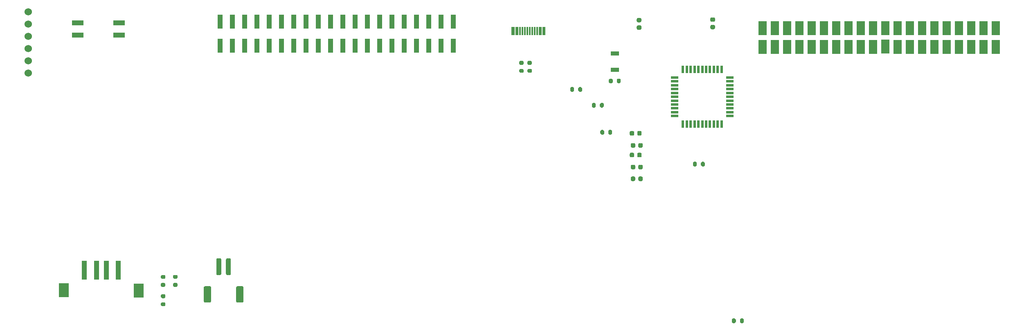
<source format=gbr>
%TF.GenerationSoftware,KiCad,Pcbnew,(5.1.9)-1*%
%TF.CreationDate,2021-10-30T21:00:12+02:00*%
%TF.ProjectId,88RPI,38385250-492e-46b6-9963-61645f706362,rev?*%
%TF.SameCoordinates,Original*%
%TF.FileFunction,Paste,Bot*%
%TF.FilePolarity,Positive*%
%FSLAX46Y46*%
G04 Gerber Fmt 4.6, Leading zero omitted, Abs format (unit mm)*
G04 Created by KiCad (PCBNEW (5.1.9)-1) date 2021-10-30 21:00:12*
%MOMM*%
%LPD*%
G01*
G04 APERTURE LIST*
%ADD10R,1.700000X0.900000*%
%ADD11C,1.524000*%
%ADD12R,0.300000X1.750000*%
%ADD13R,2.000000X3.000000*%
%ADD14R,1.000000X4.000000*%
%ADD15R,1.700000X3.000000*%
%ADD16R,1.500000X0.550000*%
%ADD17R,0.550000X1.500000*%
%ADD18R,2.440000X1.120000*%
%ADD19R,1.000000X3.000000*%
G04 APERTURE END LIST*
%TO.C,C3*%
G36*
G01*
X147075000Y-44408000D02*
X147075000Y-43908000D01*
G75*
G02*
X147300000Y-43683000I225000J0D01*
G01*
X147750000Y-43683000D01*
G75*
G02*
X147975000Y-43908000I0J-225000D01*
G01*
X147975000Y-44408000D01*
G75*
G02*
X147750000Y-44633000I-225000J0D01*
G01*
X147300000Y-44633000D01*
G75*
G02*
X147075000Y-44408000I0J225000D01*
G01*
G37*
G36*
G01*
X145525000Y-44408000D02*
X145525000Y-43908000D01*
G75*
G02*
X145750000Y-43683000I225000J0D01*
G01*
X146200000Y-43683000D01*
G75*
G02*
X146425000Y-43908000I0J-225000D01*
G01*
X146425000Y-44408000D01*
G75*
G02*
X146200000Y-44633000I-225000J0D01*
G01*
X145750000Y-44633000D01*
G75*
G02*
X145525000Y-44408000I0J225000D01*
G01*
G37*
%TD*%
%TO.C,C4*%
G36*
G01*
X147300000Y-51408000D02*
X147300000Y-50908000D01*
G75*
G02*
X147525000Y-50683000I225000J0D01*
G01*
X147975000Y-50683000D01*
G75*
G02*
X148200000Y-50908000I0J-225000D01*
G01*
X148200000Y-51408000D01*
G75*
G02*
X147975000Y-51633000I-225000J0D01*
G01*
X147525000Y-51633000D01*
G75*
G02*
X147300000Y-51408000I0J225000D01*
G01*
G37*
G36*
G01*
X145750000Y-51408000D02*
X145750000Y-50908000D01*
G75*
G02*
X145975000Y-50683000I225000J0D01*
G01*
X146425000Y-50683000D01*
G75*
G02*
X146650000Y-50908000I0J-225000D01*
G01*
X146650000Y-51408000D01*
G75*
G02*
X146425000Y-51633000I-225000J0D01*
G01*
X145975000Y-51633000D01*
G75*
G02*
X145750000Y-51408000I0J225000D01*
G01*
G37*
%TD*%
%TO.C,C5*%
G36*
G01*
X146650000Y-46408000D02*
X146650000Y-46908000D01*
G75*
G02*
X146425000Y-47133000I-225000J0D01*
G01*
X145975000Y-47133000D01*
G75*
G02*
X145750000Y-46908000I0J225000D01*
G01*
X145750000Y-46408000D01*
G75*
G02*
X145975000Y-46183000I225000J0D01*
G01*
X146425000Y-46183000D01*
G75*
G02*
X146650000Y-46408000I0J-225000D01*
G01*
G37*
G36*
G01*
X148200000Y-46408000D02*
X148200000Y-46908000D01*
G75*
G02*
X147975000Y-47133000I-225000J0D01*
G01*
X147525000Y-47133000D01*
G75*
G02*
X147300000Y-46908000I0J225000D01*
G01*
X147300000Y-46408000D01*
G75*
G02*
X147525000Y-46183000I225000J0D01*
G01*
X147975000Y-46183000D01*
G75*
G02*
X148200000Y-46408000I0J-225000D01*
G01*
G37*
%TD*%
%TO.C,C6*%
G36*
G01*
X147075000Y-48908000D02*
X147075000Y-48408000D01*
G75*
G02*
X147300000Y-48183000I225000J0D01*
G01*
X147750000Y-48183000D01*
G75*
G02*
X147975000Y-48408000I0J-225000D01*
G01*
X147975000Y-48908000D01*
G75*
G02*
X147750000Y-49133000I-225000J0D01*
G01*
X147300000Y-49133000D01*
G75*
G02*
X147075000Y-48908000I0J225000D01*
G01*
G37*
G36*
G01*
X145525000Y-48908000D02*
X145525000Y-48408000D01*
G75*
G02*
X145750000Y-48183000I225000J0D01*
G01*
X146200000Y-48183000D01*
G75*
G02*
X146425000Y-48408000I0J-225000D01*
G01*
X146425000Y-48908000D01*
G75*
G02*
X146200000Y-49133000I-225000J0D01*
G01*
X145750000Y-49133000D01*
G75*
G02*
X145525000Y-48908000I0J225000D01*
G01*
G37*
%TD*%
%TO.C,C7*%
G36*
G01*
X147300000Y-53844000D02*
X147300000Y-53344000D01*
G75*
G02*
X147525000Y-53119000I225000J0D01*
G01*
X147975000Y-53119000D01*
G75*
G02*
X148200000Y-53344000I0J-225000D01*
G01*
X148200000Y-53844000D01*
G75*
G02*
X147975000Y-54069000I-225000J0D01*
G01*
X147525000Y-54069000D01*
G75*
G02*
X147300000Y-53844000I0J225000D01*
G01*
G37*
G36*
G01*
X145750000Y-53844000D02*
X145750000Y-53344000D01*
G75*
G02*
X145975000Y-53119000I225000J0D01*
G01*
X146425000Y-53119000D01*
G75*
G02*
X146650000Y-53344000I0J-225000D01*
G01*
X146650000Y-53844000D01*
G75*
G02*
X146425000Y-54069000I-225000J0D01*
G01*
X145975000Y-54069000D01*
G75*
G02*
X145750000Y-53844000I0J225000D01*
G01*
G37*
%TD*%
%TO.C,R1*%
G36*
G01*
X142857000Y-33559000D02*
X142857000Y-33009000D01*
G75*
G02*
X143057000Y-32809000I200000J0D01*
G01*
X143457000Y-32809000D01*
G75*
G02*
X143657000Y-33009000I0J-200000D01*
G01*
X143657000Y-33559000D01*
G75*
G02*
X143457000Y-33759000I-200000J0D01*
G01*
X143057000Y-33759000D01*
G75*
G02*
X142857000Y-33559000I0J200000D01*
G01*
G37*
G36*
G01*
X141207000Y-33559000D02*
X141207000Y-33009000D01*
G75*
G02*
X141407000Y-32809000I200000J0D01*
G01*
X141807000Y-32809000D01*
G75*
G02*
X142007000Y-33009000I0J-200000D01*
G01*
X142007000Y-33559000D01*
G75*
G02*
X141807000Y-33759000I-200000J0D01*
G01*
X141407000Y-33759000D01*
G75*
G02*
X141207000Y-33559000I0J200000D01*
G01*
G37*
%TD*%
%TO.C,R2*%
G36*
G01*
X167469000Y-82783000D02*
X167469000Y-83333000D01*
G75*
G02*
X167269000Y-83533000I-200000J0D01*
G01*
X166869000Y-83533000D01*
G75*
G02*
X166669000Y-83333000I0J200000D01*
G01*
X166669000Y-82783000D01*
G75*
G02*
X166869000Y-82583000I200000J0D01*
G01*
X167269000Y-82583000D01*
G75*
G02*
X167469000Y-82783000I0J-200000D01*
G01*
G37*
G36*
G01*
X169119000Y-82783000D02*
X169119000Y-83333000D01*
G75*
G02*
X168919000Y-83533000I-200000J0D01*
G01*
X168519000Y-83533000D01*
G75*
G02*
X168319000Y-83333000I0J200000D01*
G01*
X168319000Y-82783000D01*
G75*
G02*
X168519000Y-82583000I200000J0D01*
G01*
X168919000Y-82583000D01*
G75*
G02*
X169119000Y-82783000I0J-200000D01*
G01*
G37*
%TD*%
D10*
%TO.C,SW61*%
X142432000Y-30984000D03*
X142432000Y-27584000D03*
%TD*%
D11*
%TO.C,J2*%
X21000000Y-31620000D03*
X21000000Y-29080000D03*
X21000000Y-26540000D03*
X21000000Y-24000000D03*
X21000000Y-21460000D03*
X21000000Y-18920000D03*
%TD*%
D12*
%TO.C,J4*%
X127924000Y-22962000D03*
X127624000Y-22962000D03*
X126824000Y-22962000D03*
X127124000Y-22962000D03*
X122324000Y-22962000D03*
X122024000Y-22962000D03*
X121524000Y-22962000D03*
X121224000Y-22962000D03*
X124324000Y-22962000D03*
X123324000Y-22962000D03*
X122824000Y-22962000D03*
X123824000Y-22962000D03*
X126324000Y-22962000D03*
X125824000Y-22962000D03*
X125324000Y-22962000D03*
X124824000Y-22962000D03*
%TD*%
%TO.C,R3*%
G36*
G01*
X122839000Y-30808800D02*
X123389000Y-30808800D01*
G75*
G02*
X123589000Y-31008800I0J-200000D01*
G01*
X123589000Y-31408800D01*
G75*
G02*
X123389000Y-31608800I-200000J0D01*
G01*
X122839000Y-31608800D01*
G75*
G02*
X122639000Y-31408800I0J200000D01*
G01*
X122639000Y-31008800D01*
G75*
G02*
X122839000Y-30808800I200000J0D01*
G01*
G37*
G36*
G01*
X122839000Y-29158800D02*
X123389000Y-29158800D01*
G75*
G02*
X123589000Y-29358800I0J-200000D01*
G01*
X123589000Y-29758800D01*
G75*
G02*
X123389000Y-29958800I-200000J0D01*
G01*
X122839000Y-29958800D01*
G75*
G02*
X122639000Y-29758800I0J200000D01*
G01*
X122639000Y-29358800D01*
G75*
G02*
X122839000Y-29158800I200000J0D01*
G01*
G37*
%TD*%
%TO.C,R4*%
G36*
G01*
X125089000Y-29933800D02*
X124539000Y-29933800D01*
G75*
G02*
X124339000Y-29733800I0J200000D01*
G01*
X124339000Y-29333800D01*
G75*
G02*
X124539000Y-29133800I200000J0D01*
G01*
X125089000Y-29133800D01*
G75*
G02*
X125289000Y-29333800I0J-200000D01*
G01*
X125289000Y-29733800D01*
G75*
G02*
X125089000Y-29933800I-200000J0D01*
G01*
G37*
G36*
G01*
X125089000Y-31583800D02*
X124539000Y-31583800D01*
G75*
G02*
X124339000Y-31383800I0J200000D01*
G01*
X124339000Y-30983800D01*
G75*
G02*
X124539000Y-30783800I200000J0D01*
G01*
X125089000Y-30783800D01*
G75*
G02*
X125289000Y-30983800I0J-200000D01*
G01*
X125289000Y-31383800D01*
G75*
G02*
X125089000Y-31583800I-200000J0D01*
G01*
G37*
%TD*%
%TO.C,R5*%
G36*
G01*
X51748000Y-74344000D02*
X51198000Y-74344000D01*
G75*
G02*
X50998000Y-74144000I0J200000D01*
G01*
X50998000Y-73744000D01*
G75*
G02*
X51198000Y-73544000I200000J0D01*
G01*
X51748000Y-73544000D01*
G75*
G02*
X51948000Y-73744000I0J-200000D01*
G01*
X51948000Y-74144000D01*
G75*
G02*
X51748000Y-74344000I-200000J0D01*
G01*
G37*
G36*
G01*
X51748000Y-75994000D02*
X51198000Y-75994000D01*
G75*
G02*
X50998000Y-75794000I0J200000D01*
G01*
X50998000Y-75394000D01*
G75*
G02*
X51198000Y-75194000I200000J0D01*
G01*
X51748000Y-75194000D01*
G75*
G02*
X51948000Y-75394000I0J-200000D01*
G01*
X51948000Y-75794000D01*
G75*
G02*
X51748000Y-75994000I-200000J0D01*
G01*
G37*
%TD*%
%TO.C,R6*%
G36*
G01*
X49238000Y-78354000D02*
X48688000Y-78354000D01*
G75*
G02*
X48488000Y-78154000I0J200000D01*
G01*
X48488000Y-77754000D01*
G75*
G02*
X48688000Y-77554000I200000J0D01*
G01*
X49238000Y-77554000D01*
G75*
G02*
X49438000Y-77754000I0J-200000D01*
G01*
X49438000Y-78154000D01*
G75*
G02*
X49238000Y-78354000I-200000J0D01*
G01*
G37*
G36*
G01*
X49238000Y-80004000D02*
X48688000Y-80004000D01*
G75*
G02*
X48488000Y-79804000I0J200000D01*
G01*
X48488000Y-79404000D01*
G75*
G02*
X48688000Y-79204000I200000J0D01*
G01*
X49238000Y-79204000D01*
G75*
G02*
X49438000Y-79404000I0J-200000D01*
G01*
X49438000Y-79804000D01*
G75*
G02*
X49238000Y-80004000I-200000J0D01*
G01*
G37*
%TD*%
%TO.C,R7*%
G36*
G01*
X134854000Y-35327000D02*
X134854000Y-34777000D01*
G75*
G02*
X135054000Y-34577000I200000J0D01*
G01*
X135454000Y-34577000D01*
G75*
G02*
X135654000Y-34777000I0J-200000D01*
G01*
X135654000Y-35327000D01*
G75*
G02*
X135454000Y-35527000I-200000J0D01*
G01*
X135054000Y-35527000D01*
G75*
G02*
X134854000Y-35327000I0J200000D01*
G01*
G37*
G36*
G01*
X133204000Y-35327000D02*
X133204000Y-34777000D01*
G75*
G02*
X133404000Y-34577000I200000J0D01*
G01*
X133804000Y-34577000D01*
G75*
G02*
X134004000Y-34777000I0J-200000D01*
G01*
X134004000Y-35327000D01*
G75*
G02*
X133804000Y-35527000I-200000J0D01*
G01*
X133404000Y-35527000D01*
G75*
G02*
X133204000Y-35327000I0J200000D01*
G01*
G37*
%TD*%
%TO.C,R8*%
G36*
G01*
X139344000Y-38614000D02*
X139344000Y-38064000D01*
G75*
G02*
X139544000Y-37864000I200000J0D01*
G01*
X139944000Y-37864000D01*
G75*
G02*
X140144000Y-38064000I0J-200000D01*
G01*
X140144000Y-38614000D01*
G75*
G02*
X139944000Y-38814000I-200000J0D01*
G01*
X139544000Y-38814000D01*
G75*
G02*
X139344000Y-38614000I0J200000D01*
G01*
G37*
G36*
G01*
X137694000Y-38614000D02*
X137694000Y-38064000D01*
G75*
G02*
X137894000Y-37864000I200000J0D01*
G01*
X138294000Y-37864000D01*
G75*
G02*
X138494000Y-38064000I0J-200000D01*
G01*
X138494000Y-38614000D01*
G75*
G02*
X138294000Y-38814000I-200000J0D01*
G01*
X137894000Y-38814000D01*
G75*
G02*
X137694000Y-38614000I0J200000D01*
G01*
G37*
%TD*%
%TO.C,R9*%
G36*
G01*
X49238000Y-74344000D02*
X48688000Y-74344000D01*
G75*
G02*
X48488000Y-74144000I0J200000D01*
G01*
X48488000Y-73744000D01*
G75*
G02*
X48688000Y-73544000I200000J0D01*
G01*
X49238000Y-73544000D01*
G75*
G02*
X49438000Y-73744000I0J-200000D01*
G01*
X49438000Y-74144000D01*
G75*
G02*
X49238000Y-74344000I-200000J0D01*
G01*
G37*
G36*
G01*
X49238000Y-75994000D02*
X48688000Y-75994000D01*
G75*
G02*
X48488000Y-75794000I0J200000D01*
G01*
X48488000Y-75394000D01*
G75*
G02*
X48688000Y-75194000I200000J0D01*
G01*
X49238000Y-75194000D01*
G75*
G02*
X49438000Y-75394000I0J-200000D01*
G01*
X49438000Y-75794000D01*
G75*
G02*
X49238000Y-75994000I-200000J0D01*
G01*
G37*
%TD*%
%TO.C,J7*%
G36*
G01*
X58868000Y-76126000D02*
X58868000Y-79026000D01*
G75*
G02*
X58618000Y-79276000I-250000J0D01*
G01*
X57618000Y-79276000D01*
G75*
G02*
X57368000Y-79026000I0J250000D01*
G01*
X57368000Y-76126000D01*
G75*
G02*
X57618000Y-75876000I250000J0D01*
G01*
X58618000Y-75876000D01*
G75*
G02*
X58868000Y-76126000I0J-250000D01*
G01*
G37*
G36*
G01*
X65568000Y-76126000D02*
X65568000Y-79026000D01*
G75*
G02*
X65318000Y-79276000I-250000J0D01*
G01*
X64318000Y-79276000D01*
G75*
G02*
X64068000Y-79026000I0J250000D01*
G01*
X64068000Y-76126000D01*
G75*
G02*
X64318000Y-75876000I250000J0D01*
G01*
X65318000Y-75876000D01*
G75*
G02*
X65568000Y-76126000I0J-250000D01*
G01*
G37*
G36*
G01*
X60968000Y-70326000D02*
X60968000Y-73326000D01*
G75*
G02*
X60718000Y-73576000I-250000J0D01*
G01*
X60218000Y-73576000D01*
G75*
G02*
X59968000Y-73326000I0J250000D01*
G01*
X59968000Y-70326000D01*
G75*
G02*
X60218000Y-70076000I250000J0D01*
G01*
X60718000Y-70076000D01*
G75*
G02*
X60968000Y-70326000I0J-250000D01*
G01*
G37*
G36*
G01*
X62968000Y-70326000D02*
X62968000Y-73326000D01*
G75*
G02*
X62718000Y-73576000I-250000J0D01*
G01*
X62218000Y-73576000D01*
G75*
G02*
X61968000Y-73326000I0J250000D01*
G01*
X61968000Y-70326000D01*
G75*
G02*
X62218000Y-70076000I250000J0D01*
G01*
X62718000Y-70076000D01*
G75*
G02*
X62968000Y-70326000I0J-250000D01*
G01*
G37*
%TD*%
D13*
%TO.C,J11*%
X43891200Y-76809600D03*
X28371800Y-76682600D03*
D14*
X39624000Y-72542400D03*
X37185600Y-72542400D03*
X35153600Y-72517000D03*
X32664400Y-72517000D03*
%TD*%
D15*
%TO.C,J9*%
X221252000Y-22375000D03*
X221252000Y-26248500D03*
X218712000Y-22375000D03*
X218712000Y-26248500D03*
X216172000Y-22375000D03*
X216172000Y-26248500D03*
X213632000Y-22375000D03*
X213632000Y-26248500D03*
X211092000Y-22375000D03*
X211092000Y-26248500D03*
X208552000Y-22375000D03*
X208552000Y-26248500D03*
X206012000Y-22375000D03*
X206012000Y-26248500D03*
X203472000Y-22375000D03*
X203472000Y-26248500D03*
X200932000Y-22375000D03*
X200932000Y-26248500D03*
X198392000Y-22375000D03*
X198392000Y-26185000D03*
X195852000Y-22375000D03*
X195834000Y-26225500D03*
X193312000Y-22375000D03*
X193294000Y-26225500D03*
X190772000Y-22375000D03*
X190754000Y-26225500D03*
X188232000Y-22375000D03*
X188214000Y-26225500D03*
X185692000Y-22375000D03*
X185674000Y-26225500D03*
X183152000Y-22375000D03*
X183134000Y-26225500D03*
X180612000Y-22375000D03*
X180594000Y-26225500D03*
X178072000Y-22375000D03*
X178117500Y-26225500D03*
X175532000Y-22375000D03*
X175514000Y-26225500D03*
X172974000Y-22352000D03*
X172974000Y-26225500D03*
%TD*%
%TO.C,C1*%
G36*
G01*
X162437000Y-21661000D02*
X162937000Y-21661000D01*
G75*
G02*
X163162000Y-21886000I0J-225000D01*
G01*
X163162000Y-22336000D01*
G75*
G02*
X162937000Y-22561000I-225000J0D01*
G01*
X162437000Y-22561000D01*
G75*
G02*
X162212000Y-22336000I0J225000D01*
G01*
X162212000Y-21886000D01*
G75*
G02*
X162437000Y-21661000I225000J0D01*
G01*
G37*
G36*
G01*
X162437000Y-20111000D02*
X162937000Y-20111000D01*
G75*
G02*
X163162000Y-20336000I0J-225000D01*
G01*
X163162000Y-20786000D01*
G75*
G02*
X162937000Y-21011000I-225000J0D01*
G01*
X162437000Y-21011000D01*
G75*
G02*
X162212000Y-20786000I0J225000D01*
G01*
X162212000Y-20336000D01*
G75*
G02*
X162437000Y-20111000I225000J0D01*
G01*
G37*
%TD*%
%TO.C,C2*%
G36*
G01*
X147197000Y-20225000D02*
X147697000Y-20225000D01*
G75*
G02*
X147922000Y-20450000I0J-225000D01*
G01*
X147922000Y-20900000D01*
G75*
G02*
X147697000Y-21125000I-225000J0D01*
G01*
X147197000Y-21125000D01*
G75*
G02*
X146972000Y-20900000I0J225000D01*
G01*
X146972000Y-20450000D01*
G75*
G02*
X147197000Y-20225000I225000J0D01*
G01*
G37*
G36*
G01*
X147197000Y-21775000D02*
X147697000Y-21775000D01*
G75*
G02*
X147922000Y-22000000I0J-225000D01*
G01*
X147922000Y-22450000D01*
G75*
G02*
X147697000Y-22675000I-225000J0D01*
G01*
X147197000Y-22675000D01*
G75*
G02*
X146972000Y-22450000I0J225000D01*
G01*
X146972000Y-22000000D01*
G75*
G02*
X147197000Y-21775000I225000J0D01*
G01*
G37*
%TD*%
D16*
%TO.C,U1*%
X154828000Y-40576000D03*
X154828000Y-39776000D03*
X154828000Y-38976000D03*
X154828000Y-38176000D03*
X154828000Y-37376000D03*
X154828000Y-36576000D03*
X154828000Y-35776000D03*
X154828000Y-34976000D03*
X154828000Y-34176000D03*
X154828000Y-33376000D03*
X154828000Y-32576000D03*
D17*
X156528000Y-30876000D03*
X157328000Y-30876000D03*
X158128000Y-30876000D03*
X158928000Y-30876000D03*
X159728000Y-30876000D03*
X160528000Y-30876000D03*
X161328000Y-30876000D03*
X162128000Y-30876000D03*
X162928000Y-30876000D03*
X163728000Y-30876000D03*
X164528000Y-30876000D03*
D16*
X166228000Y-32576000D03*
X166228000Y-33376000D03*
X166228000Y-34176000D03*
X166228000Y-34976000D03*
X166228000Y-35776000D03*
X166228000Y-36576000D03*
X166228000Y-37376000D03*
X166228000Y-38176000D03*
X166228000Y-38976000D03*
X166228000Y-39776000D03*
X166228000Y-40576000D03*
D17*
X164528000Y-42276000D03*
X163728000Y-42276000D03*
X162928000Y-42276000D03*
X162128000Y-42276000D03*
X161328000Y-42276000D03*
X160528000Y-42276000D03*
X159728000Y-42276000D03*
X158928000Y-42276000D03*
X158128000Y-42276000D03*
X157328000Y-42276000D03*
X156528000Y-42276000D03*
%TD*%
%TO.C,R65*%
G36*
G01*
X161054000Y-50271000D02*
X161054000Y-50821000D01*
G75*
G02*
X160854000Y-51021000I-200000J0D01*
G01*
X160454000Y-51021000D01*
G75*
G02*
X160254000Y-50821000I0J200000D01*
G01*
X160254000Y-50271000D01*
G75*
G02*
X160454000Y-50071000I200000J0D01*
G01*
X160854000Y-50071000D01*
G75*
G02*
X161054000Y-50271000I0J-200000D01*
G01*
G37*
G36*
G01*
X159404000Y-50271000D02*
X159404000Y-50821000D01*
G75*
G02*
X159204000Y-51021000I-200000J0D01*
G01*
X158804000Y-51021000D01*
G75*
G02*
X158604000Y-50821000I0J200000D01*
G01*
X158604000Y-50271000D01*
G75*
G02*
X158804000Y-50071000I200000J0D01*
G01*
X159204000Y-50071000D01*
G75*
G02*
X159404000Y-50271000I0J-200000D01*
G01*
G37*
%TD*%
%TO.C,R66*%
G36*
G01*
X141078000Y-44217000D02*
X141078000Y-43667000D01*
G75*
G02*
X141278000Y-43467000I200000J0D01*
G01*
X141678000Y-43467000D01*
G75*
G02*
X141878000Y-43667000I0J-200000D01*
G01*
X141878000Y-44217000D01*
G75*
G02*
X141678000Y-44417000I-200000J0D01*
G01*
X141278000Y-44417000D01*
G75*
G02*
X141078000Y-44217000I0J200000D01*
G01*
G37*
G36*
G01*
X139428000Y-44217000D02*
X139428000Y-43667000D01*
G75*
G02*
X139628000Y-43467000I200000J0D01*
G01*
X140028000Y-43467000D01*
G75*
G02*
X140228000Y-43667000I0J-200000D01*
G01*
X140228000Y-44217000D01*
G75*
G02*
X140028000Y-44417000I-200000J0D01*
G01*
X139628000Y-44417000D01*
G75*
G02*
X139428000Y-44217000I0J200000D01*
G01*
G37*
%TD*%
D18*
%TO.C,SW62*%
X31255000Y-23749000D03*
X39865000Y-21209000D03*
X31255000Y-21209000D03*
X39865000Y-23749000D03*
%TD*%
D19*
%TO.C,J13*%
X60706000Y-25995000D03*
X60706000Y-20955000D03*
X63246000Y-25995000D03*
X63246000Y-20955000D03*
X65786000Y-25995000D03*
X65786000Y-20955000D03*
X68326000Y-25995000D03*
X68326000Y-20955000D03*
X70866000Y-25995000D03*
X70866000Y-20955000D03*
X73406000Y-25995000D03*
X73406000Y-20955000D03*
X75946000Y-25995000D03*
X75946000Y-20955000D03*
X78486000Y-25995000D03*
X78486000Y-20955000D03*
X81026000Y-25995000D03*
X81026000Y-20955000D03*
X83566000Y-25995000D03*
X83566000Y-20955000D03*
X86106000Y-25995000D03*
X86106000Y-20955000D03*
X88646000Y-25995000D03*
X88646000Y-20955000D03*
X91186000Y-25995000D03*
X91186000Y-20955000D03*
X93726000Y-25995000D03*
X93726000Y-20955000D03*
X96266000Y-25995000D03*
X96266000Y-20955000D03*
X98806000Y-25995000D03*
X98806000Y-20955000D03*
X101346000Y-25995000D03*
X101346000Y-20955000D03*
X103886000Y-25995000D03*
X103886000Y-20955000D03*
X106426000Y-25995000D03*
X106426000Y-20955000D03*
X108966000Y-25995000D03*
X108966000Y-20955000D03*
%TD*%
M02*

</source>
